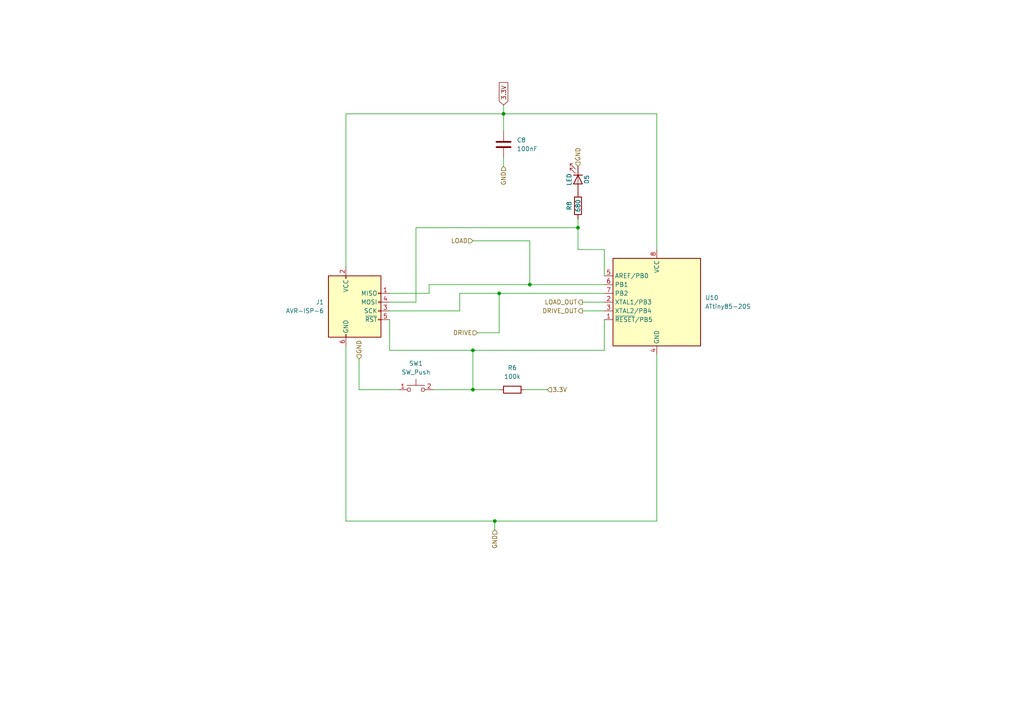
<source format=kicad_sch>
(kicad_sch (version 20211123) (generator eeschema)
  (paper "A4")
  (lib_symbols
    (symbol "Connector:AVR-ISP-6" (pin_names (offset 1.016))
      (property "Reference" "J" (at -6.35 11.43 0))
      (property "Value" "AVR-ISP-6" (at 0 11.43 0))
      (symbol "AVR-ISP-6_0_1"
        (rectangle (start -2.667 -6.858) (end -2.413 -7.62))
        (rectangle (start -2.667 10.16) (end -2.413 9.398))
        (rectangle (start 7.62 -2.413) (end 6.858 -2.667))
        (rectangle (start 7.62 0.127) (end 6.858 -0.127))
        (rectangle (start 7.62 2.667) (end 6.858 2.413))
        (rectangle (start 7.62 5.207) (end 6.858 4.953))
        (rectangle (start 7.62 10.16) (end -7.62 -7.62) (stroke (width 0.254)) (fill (type background)))
      )
      (symbol "AVR-ISP-6_1_1"
        (pin passive line (at 10.16 5.08 180) (length 2.54) (name "MISO") (number "1"))
        (pin passive line (at -2.54 12.7 270) (length 2.54) (name "VCC") (number "2"))
        (pin passive line (at 10.16 0 180) (length 2.54) (name "SCK") (number "3"))
        (pin passive line (at 10.16 2.54 180) (length 2.54) (name "MOSI") (number "4"))
        (pin passive line (at 10.16 -2.54 180) (length 2.54) (name "~{RST}") (number "5"))
        (pin passive line (at -2.54 -10.16 90) (length 2.54) (name "GND") (number "6"))
      )
    )
    (symbol "Device:C" (pin_numbers hide) (pin_names (offset 0.254))
      (property "Reference" "C" (at 0.635 2.54 0))
      (property "Value" "C" (at 0.635 -2.54 0))
      (symbol "C_0_1"
        (polyline (pts (xy -2.032 -0.762) (xy 2.032 -0.762)) (stroke (width 0.508)))
        (polyline (pts (xy -2.032 0.762) (xy 2.032 0.762)) (stroke (width 0.508)))
      )
      (symbol "C_1_1"
        (pin passive line (at 0 3.81 270) (length 2.794) (name "~") (number "1"))
        (pin passive line (at 0 -3.81 90) (length 2.794) (name "~") (number "2"))
      )
    )
    (symbol "Device:LED" (pin_numbers hide) (pin_names (offset 1.016) hide)
      (property "Reference" "D" (at 0 2.54 0))
      (property "Value" "LED" (at 0 -2.54 0))
      (symbol "LED_0_1"
        (polyline (pts (xy -1.27 -1.27) (xy -1.27 1.27)) (stroke (width 0.254)))
        (polyline (pts (xy -1.27 0) (xy 1.27 0)))
        (polyline (pts (xy 1.27 -1.27) (xy 1.27 1.27) (xy -1.27 0) (xy 1.27 -1.27)) (stroke (width 0.254)))
        (polyline (pts (xy -3.048 -0.762) (xy -4.572 -2.286) (xy -3.81 -2.286) (xy -4.572 -2.286) (xy -4.572 -1.524)))
        (polyline (pts (xy -1.778 -0.762) (xy -3.302 -2.286) (xy -2.54 -2.286) (xy -3.302 -2.286) (xy -3.302 -1.524)))
      )
      (symbol "LED_1_1"
        (pin passive line (at -3.81 0 0) (length 2.54) (name "K") (number "1"))
        (pin passive line (at 3.81 0 180) (length 2.54) (name "A") (number "2"))
      )
    )
    (symbol "Device:R" (pin_numbers hide) (pin_names (offset 0))
      (property "Reference" "R" (at 2.032 0 90))
      (property "Value" "R" (at 0 0 90))
      (symbol "R_0_1"
        (rectangle (start -1.016 -2.54) (end 1.016 2.54) (stroke (width 0.254)))
      )
      (symbol "R_1_1"
        (pin passive line (at 0 3.81 270) (length 1.27) (name "~") (number "1"))
        (pin passive line (at 0 -3.81 90) (length 1.27) (name "~") (number "2"))
      )
    )
    (symbol "Eralp's Library:SW_Push" (pin_names (offset 1.016) hide)
      (property "Reference" "SW" (at 1.27 2.54 0))
      (property "Value" "SW_Push" (at 0 -1.524 0))
      (symbol "SW_Push_0_1"
        (circle (center -2.032 0) (radius 0.508))
        (polyline (pts (xy 0 1.27) (xy 0 3.048)))
        (polyline (pts (xy 2.54 1.27) (xy -2.54 1.27)))
        (circle (center 2.032 0) (radius 0.508))
        (pin passive line (at -5.08 0 0) (length 2.54) (name "1") (number "1"))
        (pin passive line (at 5.08 0 180) (length 2.54) (name "2") (number "2"))
      )
    )
    (symbol "MCU_Microchip_ATtiny:ATtiny85-20S"
      (property "Reference" "U" (at -12.7 13.97 0))
      (property "Value" "ATtiny85-20S" (at 2.54 -13.97 0))
      (symbol "ATtiny85-20S_0_1"
        (rectangle (start -12.7 -12.7) (end 12.7 12.7) (stroke (width 0.254)) (fill (type background)))
      )
      (symbol "ATtiny85-20S_1_1"
        (pin bidirectional line (at 15.24 -5.08 180) (length 2.54) (name "~{RESET}/PB5") (number "1"))
        (pin bidirectional line (at 15.24 0 180) (length 2.54) (name "XTAL1/PB3") (number "2"))
        (pin bidirectional line (at 15.24 -2.54 180) (length 2.54) (name "XTAL2/PB4") (number "3"))
        (pin power_in line (at 0 -15.24 90) (length 2.54) (name "GND") (number "4"))
        (pin bidirectional line (at 15.24 7.62 180) (length 2.54) (name "AREF/PB0") (number "5"))
        (pin bidirectional line (at 15.24 5.08 180) (length 2.54) (name "PB1") (number "6"))
        (pin bidirectional line (at 15.24 2.54 180) (length 2.54) (name "PB2") (number "7"))
        (pin power_in line (at 0 15.24 270) (length 2.54) (name "VCC") (number "8"))
      )
    )
  )
  (junction (at 167.64 66.04))
  (junction (at 137.16 113.03))
  (junction (at 153.67 82.55))
  (junction (at 144.78 85.09))
  (junction (at 146.05 33.02))
  (junction (at 143.51 151.13))
  (junction (at 137.16 101.6))
  (wire (pts (xy 175.26 72.39) (xy 175.26 80.01)))
  (wire (pts (xy 113.03 92.71) (xy 113.03 101.6)))
  (wire (pts (xy 104.14 104.14) (xy 104.14 113.03)))
  (wire (pts (xy 190.5 102.87) (xy 190.5 151.13)))
  (wire (pts (xy 100.33 33.02) (xy 146.05 33.02)))
  (wire (pts (xy 113.03 90.17) (xy 133.35 90.17)))
  (wire (pts (xy 146.05 33.02) (xy 146.05 38.1)))
  (wire (pts (xy 137.16 113.03) (xy 144.78 113.03)))
  (wire (pts (xy 143.51 151.13) (xy 190.5 151.13)))
  (wire (pts (xy 167.64 72.39) (xy 175.26 72.39)))
  (wire (pts (xy 133.35 90.17) (xy 133.35 85.09)))
  (wire (pts (xy 144.78 85.09) (xy 175.26 85.09)))
  (wire (pts (xy 113.03 101.6) (xy 137.16 101.6)))
  (wire (pts (xy 100.33 100.33) (xy 100.33 151.13)))
  (wire (pts (xy 168.91 87.63) (xy 175.26 87.63)))
  (wire (pts (xy 100.33 77.47) (xy 100.33 33.02)))
  (wire (pts (xy 113.03 87.63) (xy 120.65 87.63)))
  (wire (pts (xy 113.03 85.09) (xy 124.46 85.09)))
  (wire (pts (xy 137.16 101.6) (xy 175.26 101.6)))
  (wire (pts (xy 153.67 69.85) (xy 137.16 69.85)))
  (wire (pts (xy 144.78 85.09) (xy 144.78 96.52)))
  (wire (pts (xy 143.51 151.13) (xy 143.51 153.67)))
  (wire (pts (xy 120.65 87.63) (xy 120.65 66.04)))
  (wire (pts (xy 144.78 96.52) (xy 138.43 96.52)))
  (wire (pts (xy 167.64 63.5) (xy 167.64 66.04)))
  (wire (pts (xy 146.05 30.48) (xy 146.05 33.02)))
  (wire (pts (xy 104.14 113.03) (xy 115.57 113.03)))
  (wire (pts (xy 152.4 113.03) (xy 158.75 113.03)))
  (wire (pts (xy 146.05 45.72) (xy 146.05 48.26)))
  (wire (pts (xy 133.35 85.09) (xy 144.78 85.09)))
  (wire (pts (xy 124.46 85.09) (xy 124.46 82.55)))
  (wire (pts (xy 167.64 66.04) (xy 167.64 72.39)))
  (wire (pts (xy 175.26 101.6) (xy 175.26 92.71)))
  (wire (pts (xy 137.16 101.6) (xy 137.16 113.03)))
  (wire (pts (xy 153.67 82.55) (xy 175.26 82.55)))
  (wire (pts (xy 146.05 33.02) (xy 190.5 33.02)))
  (wire (pts (xy 190.5 33.02) (xy 190.5 72.39)))
  (wire (pts (xy 125.73 113.03) (xy 137.16 113.03)))
  (wire (pts (xy 120.65 66.04) (xy 167.64 66.04)))
  (wire (pts (xy 124.46 82.55) (xy 153.67 82.55)))
  (wire (pts (xy 168.91 90.17) (xy 175.26 90.17)))
  (wire (pts (xy 153.67 69.85) (xy 153.67 82.55)))
  (wire (pts (xy 100.33 151.13) (xy 143.51 151.13)))
  (global_label "3.3V" (shape input) (at 146.05 30.48 90) (property "Intersheet References" "${INTERSHEET_REFS}" (effects hide)))
  (hierarchical_label "GND" (shape input) (at 104.14 104.14 90))
  (hierarchical_label "DRIVE_OUT" (shape output) (at 168.91 90.17 180))
  (hierarchical_label "GND" (shape input) (at 143.51 153.67 270))
  (hierarchical_label "LOAD_OUT" (shape output) (at 168.91 87.63 180))
  (hierarchical_label "GND" (shape input) (at 167.64 48.26 90))
  (hierarchical_label "3.3V" (shape input) (at 158.75 113.03 0))
  (hierarchical_label "DRIVE" (shape input) (at 138.43 96.52 180))
  (hierarchical_label "GND" (shape input) (at 146.05 48.26 270))
  (hierarchical_label "LOAD" (shape input) (at 137.16 69.85 180))
  (symbol (lib_id "MCU_Microchip_ATtiny:ATtiny85-20S") (at 190.5 87.63 0) (mirror y) (unit 1)
    (property "Reference" "U10" (at 204.47 86.3599 0) (effects (justify right)))
    (property "Value" "ATtiny85-20S" (at 204.47 88.8999 0) (effects (justify right)))
    (property "Footprint" "Package_SO:SOIC-8W_5.3x5.3mm_P1.27mm" (effects hide))
    (property "Datasheet" "http://ww1.microchip.com/downloads/en/DeviceDoc/atmel-2586-avr-8-bit-microcontroller-attiny25-attiny45-attiny85_datasheet.pdf" (effects hide))
  )
  (symbol (lib_id "Device:R") (at 167.64 59.69 180) (unit 1)
    (property "Reference" "R8" (at 165.1 59.69 90))
    (property "Value" "680" (at 167.64 59.69 90))
    (property "Footprint" "Resistor_SMD:R_0805_2012Metric_Pad1.20x1.40mm_HandSolder" (effects hide))
  )
  (symbol (lib_id "Device:C") (at 146.05 41.91 0) (unit 1)
    (property "Reference" "C8" (at 149.86 40.6399 0) (effects (justify left)))
    (property "Value" "100nF" (at 149.86 43.1799 0) (effects (justify left)))
    (property "Footprint" "Capacitor_SMD:C_0805_2012Metric_Pad1.18x1.45mm_HandSolder" (effects hide))
  )
  (symbol (lib_id "Connector:AVR-ISP-6") (at 102.87 90.17 0) (unit 1)
    (property "Reference" "J1" (at 93.98 87.6299 0) (effects (justify right)))
    (property "Value" "AVR-ISP-6" (at 93.98 90.1699 0) (effects (justify right)))
    (property "Footprint" "Connector_PinHeader_2.54mm:PinHeader_2x03_P2.54mm_Vertical" (effects hide))
    (property "Datasheet" " ~" (effects hide))
  )
  (symbol (lib_id "Device:R") (at 148.59 113.03 90) (unit 1)
    (property "Reference" "R6" (at 148.59 106.68 90))
    (property "Value" "100k" (at 148.59 109.22 90))
    (property "Footprint" "Resistor_SMD:R_0805_2012Metric_Pad1.20x1.40mm_HandSolder" (effects hide))
  )
  (symbol (lib_id "Device:LED") (at 167.64 52.07 270) (unit 1)
    (property "Reference" "D5" (at 170.18 52.07 0))
    (property "Value" "LED" (at 165.1 52.07 0))
    (property "Footprint" "LED_SMD:LED_0805_2012Metric_Pad1.15x1.40mm_HandSolder" (effects hide))
  )
  (symbol (lib_id "Eralp's Library:SW_Push") (at 120.65 113.03 0) (unit 1)
    (property "Reference" "SW1" (at 120.65 105.41 0))
    (property "Value" "SW_Push" (at 120.65 107.95 0))
    (property "Footprint" "Button_Switch_SMD:13019319" (effects hide))
  )
)
</source>
